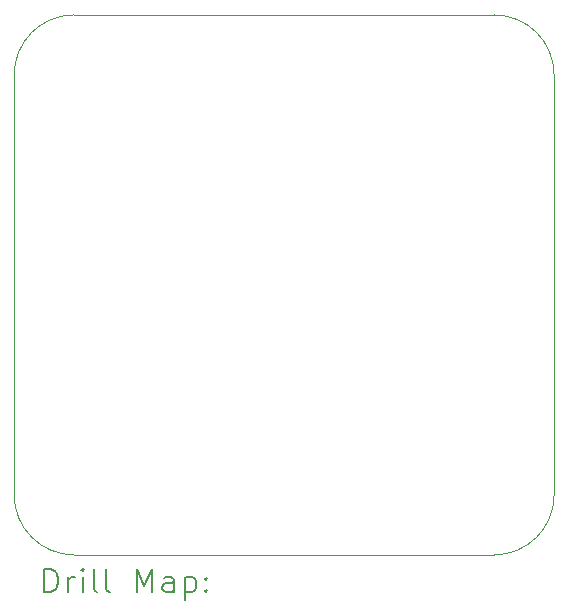
<source format=gbr>
%TF.GenerationSoftware,KiCad,Pcbnew,7.0.8*%
%TF.CreationDate,2024-04-14T14:01:45-04:00*%
%TF.ProjectId,vibBoard,76696242-6f61-4726-942e-6b696361645f,rev?*%
%TF.SameCoordinates,Original*%
%TF.FileFunction,Drillmap*%
%TF.FilePolarity,Positive*%
%FSLAX45Y45*%
G04 Gerber Fmt 4.5, Leading zero omitted, Abs format (unit mm)*
G04 Created by KiCad (PCBNEW 7.0.8) date 2024-04-14 14:01:45*
%MOMM*%
%LPD*%
G01*
G04 APERTURE LIST*
%ADD10C,0.100000*%
%ADD11C,0.200000*%
G04 APERTURE END LIST*
D10*
X17399000Y-13335000D02*
X17399000Y-9779000D01*
X16891000Y-13843000D02*
X13335000Y-13843000D01*
X17399000Y-9779000D02*
G75*
G03*
X16891000Y-9271000I-508000J0D01*
G01*
X13335000Y-9271000D02*
X16891000Y-9271000D01*
X16891000Y-13843000D02*
G75*
G03*
X17399000Y-13335000I0J508000D01*
G01*
X13335000Y-9271000D02*
G75*
G03*
X12827000Y-9779000I0J-508000D01*
G01*
X12827000Y-13335000D02*
X12827000Y-9779000D01*
X12827000Y-13335000D02*
G75*
G03*
X13335000Y-13843000I508000J0D01*
G01*
D11*
X13082777Y-14159484D02*
X13082777Y-13959484D01*
X13082777Y-13959484D02*
X13130396Y-13959484D01*
X13130396Y-13959484D02*
X13158967Y-13969008D01*
X13158967Y-13969008D02*
X13178015Y-13988055D01*
X13178015Y-13988055D02*
X13187539Y-14007103D01*
X13187539Y-14007103D02*
X13197062Y-14045198D01*
X13197062Y-14045198D02*
X13197062Y-14073769D01*
X13197062Y-14073769D02*
X13187539Y-14111865D01*
X13187539Y-14111865D02*
X13178015Y-14130912D01*
X13178015Y-14130912D02*
X13158967Y-14149960D01*
X13158967Y-14149960D02*
X13130396Y-14159484D01*
X13130396Y-14159484D02*
X13082777Y-14159484D01*
X13282777Y-14159484D02*
X13282777Y-14026150D01*
X13282777Y-14064246D02*
X13292301Y-14045198D01*
X13292301Y-14045198D02*
X13301824Y-14035674D01*
X13301824Y-14035674D02*
X13320872Y-14026150D01*
X13320872Y-14026150D02*
X13339920Y-14026150D01*
X13406586Y-14159484D02*
X13406586Y-14026150D01*
X13406586Y-13959484D02*
X13397062Y-13969008D01*
X13397062Y-13969008D02*
X13406586Y-13978531D01*
X13406586Y-13978531D02*
X13416110Y-13969008D01*
X13416110Y-13969008D02*
X13406586Y-13959484D01*
X13406586Y-13959484D02*
X13406586Y-13978531D01*
X13530396Y-14159484D02*
X13511348Y-14149960D01*
X13511348Y-14149960D02*
X13501824Y-14130912D01*
X13501824Y-14130912D02*
X13501824Y-13959484D01*
X13635158Y-14159484D02*
X13616110Y-14149960D01*
X13616110Y-14149960D02*
X13606586Y-14130912D01*
X13606586Y-14130912D02*
X13606586Y-13959484D01*
X13863729Y-14159484D02*
X13863729Y-13959484D01*
X13863729Y-13959484D02*
X13930396Y-14102341D01*
X13930396Y-14102341D02*
X13997062Y-13959484D01*
X13997062Y-13959484D02*
X13997062Y-14159484D01*
X14178015Y-14159484D02*
X14178015Y-14054722D01*
X14178015Y-14054722D02*
X14168491Y-14035674D01*
X14168491Y-14035674D02*
X14149443Y-14026150D01*
X14149443Y-14026150D02*
X14111348Y-14026150D01*
X14111348Y-14026150D02*
X14092301Y-14035674D01*
X14178015Y-14149960D02*
X14158967Y-14159484D01*
X14158967Y-14159484D02*
X14111348Y-14159484D01*
X14111348Y-14159484D02*
X14092301Y-14149960D01*
X14092301Y-14149960D02*
X14082777Y-14130912D01*
X14082777Y-14130912D02*
X14082777Y-14111865D01*
X14082777Y-14111865D02*
X14092301Y-14092817D01*
X14092301Y-14092817D02*
X14111348Y-14083293D01*
X14111348Y-14083293D02*
X14158967Y-14083293D01*
X14158967Y-14083293D02*
X14178015Y-14073769D01*
X14273253Y-14026150D02*
X14273253Y-14226150D01*
X14273253Y-14035674D02*
X14292301Y-14026150D01*
X14292301Y-14026150D02*
X14330396Y-14026150D01*
X14330396Y-14026150D02*
X14349443Y-14035674D01*
X14349443Y-14035674D02*
X14358967Y-14045198D01*
X14358967Y-14045198D02*
X14368491Y-14064246D01*
X14368491Y-14064246D02*
X14368491Y-14121388D01*
X14368491Y-14121388D02*
X14358967Y-14140436D01*
X14358967Y-14140436D02*
X14349443Y-14149960D01*
X14349443Y-14149960D02*
X14330396Y-14159484D01*
X14330396Y-14159484D02*
X14292301Y-14159484D01*
X14292301Y-14159484D02*
X14273253Y-14149960D01*
X14454205Y-14140436D02*
X14463729Y-14149960D01*
X14463729Y-14149960D02*
X14454205Y-14159484D01*
X14454205Y-14159484D02*
X14444682Y-14149960D01*
X14444682Y-14149960D02*
X14454205Y-14140436D01*
X14454205Y-14140436D02*
X14454205Y-14159484D01*
X14454205Y-14035674D02*
X14463729Y-14045198D01*
X14463729Y-14045198D02*
X14454205Y-14054722D01*
X14454205Y-14054722D02*
X14444682Y-14045198D01*
X14444682Y-14045198D02*
X14454205Y-14035674D01*
X14454205Y-14035674D02*
X14454205Y-14054722D01*
M02*

</source>
